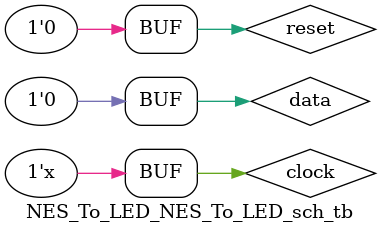
<source format=v>

`timescale 1ns / 1ps

module NES_To_LED_NES_To_LED_sch_tb();

// Inputs
   reg clock;
   reg reset;
   reg data;

// Output
   wire latch;
   wire pulse;
   wire [7:0] LED;

// Bidirs

// Instantiate the UUT
   NES_To_LED UUT (
		.clock(clock), 
		.latch(latch), 
		.pulse(pulse), 
		.LED(LED), 
		.reset(reset), 
		.data(data)
   );
// Initialize Inputs
	
   initial begin
		#10 clock = 0;
		#10 reset = 0;
		#10 reset = 1;
		#10 reset = 0;
		#10 data = 1;
		#100 data = 0;
	end
	always#2 clock = ~clock;
endmodule


</source>
